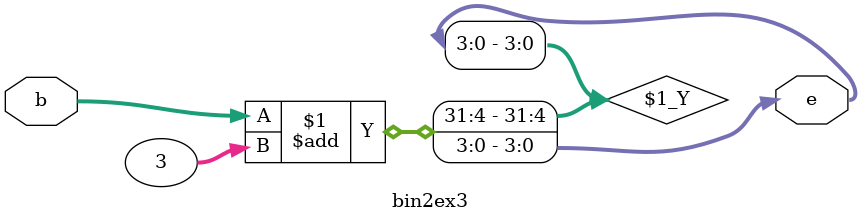
<source format=v>
`timescale 1ns / 1ps

module bin2ex3(
    input [2:0] b,
    output [3:0] e
    );

assign e = b + 3;

endmodule

</source>
